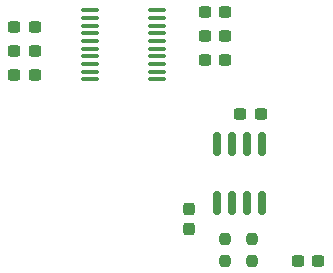
<source format=gbr>
%TF.GenerationSoftware,KiCad,Pcbnew,8.0.5*%
%TF.CreationDate,2024-10-31T22:43:36-05:00*%
%TF.ProjectId,STM_Breakout,53544d5f-4272-4656-916b-6f75742e6b69,rev?*%
%TF.SameCoordinates,Original*%
%TF.FileFunction,Paste,Top*%
%TF.FilePolarity,Positive*%
%FSLAX46Y46*%
G04 Gerber Fmt 4.6, Leading zero omitted, Abs format (unit mm)*
G04 Created by KiCad (PCBNEW 8.0.5) date 2024-10-31 22:43:36*
%MOMM*%
%LPD*%
G01*
G04 APERTURE LIST*
G04 Aperture macros list*
%AMRoundRect*
0 Rectangle with rounded corners*
0 $1 Rounding radius*
0 $2 $3 $4 $5 $6 $7 $8 $9 X,Y pos of 4 corners*
0 Add a 4 corners polygon primitive as box body*
4,1,4,$2,$3,$4,$5,$6,$7,$8,$9,$2,$3,0*
0 Add four circle primitives for the rounded corners*
1,1,$1+$1,$2,$3*
1,1,$1+$1,$4,$5*
1,1,$1+$1,$6,$7*
1,1,$1+$1,$8,$9*
0 Add four rect primitives between the rounded corners*
20,1,$1+$1,$2,$3,$4,$5,0*
20,1,$1+$1,$4,$5,$6,$7,0*
20,1,$1+$1,$6,$7,$8,$9,0*
20,1,$1+$1,$8,$9,$2,$3,0*%
G04 Aperture macros list end*
%ADD10RoundRect,0.237500X-0.237500X0.250000X-0.237500X-0.250000X0.237500X-0.250000X0.237500X0.250000X0*%
%ADD11RoundRect,0.237500X0.237500X-0.250000X0.237500X0.250000X-0.237500X0.250000X-0.237500X-0.250000X0*%
%ADD12RoundRect,0.237500X0.237500X-0.300000X0.237500X0.300000X-0.237500X0.300000X-0.237500X-0.300000X0*%
%ADD13RoundRect,0.237500X-0.300000X-0.237500X0.300000X-0.237500X0.300000X0.237500X-0.300000X0.237500X0*%
%ADD14RoundRect,0.237500X0.300000X0.237500X-0.300000X0.237500X-0.300000X-0.237500X0.300000X-0.237500X0*%
%ADD15RoundRect,0.100000X-0.637500X-0.100000X0.637500X-0.100000X0.637500X0.100000X-0.637500X0.100000X0*%
%ADD16RoundRect,0.150000X-0.150000X0.825000X-0.150000X-0.825000X0.150000X-0.825000X0.150000X0.825000X0*%
G04 APERTURE END LIST*
D10*
%TO.C,R1*%
X89662000Y-74629000D03*
X89662000Y-76454000D03*
%TD*%
D11*
%TO.C,R2*%
X87376000Y-76454000D03*
X87376000Y-74629000D03*
%TD*%
D12*
%TO.C,C2*%
X84328000Y-73760500D03*
X84328000Y-72035500D03*
%TD*%
D13*
%TO.C,C3*%
X93525000Y-76454000D03*
X95250000Y-76454000D03*
%TD*%
D14*
%TO.C,C9*%
X71220500Y-56642000D03*
X69495500Y-56642000D03*
%TD*%
D15*
%TO.C,U1*%
X75877500Y-55241000D03*
X75877500Y-55891000D03*
X75877500Y-56541000D03*
X75877500Y-57191000D03*
X75877500Y-57841000D03*
X75877500Y-58491000D03*
X75877500Y-59141000D03*
X75877500Y-59791000D03*
X75877500Y-60441000D03*
X75877500Y-61091000D03*
X81602500Y-61091000D03*
X81602500Y-60441000D03*
X81602500Y-59791000D03*
X81602500Y-59141000D03*
X81602500Y-58491000D03*
X81602500Y-57841000D03*
X81602500Y-57191000D03*
X81602500Y-56541000D03*
X81602500Y-55891000D03*
X81602500Y-55241000D03*
%TD*%
D13*
%TO.C,C5*%
X85651000Y-57404000D03*
X87376000Y-57404000D03*
%TD*%
D16*
%TO.C,U2*%
X90450500Y-66613000D03*
X89180500Y-66613000D03*
X87910500Y-66613000D03*
X86640500Y-66613000D03*
X86640500Y-71563000D03*
X87910500Y-71563000D03*
X89180500Y-71563000D03*
X90450500Y-71563000D03*
%TD*%
D14*
%TO.C,C8*%
X71220500Y-58674000D03*
X69495500Y-58674000D03*
%TD*%
D13*
%TO.C,C6*%
X85651000Y-59436000D03*
X87376000Y-59436000D03*
%TD*%
%TO.C,C1*%
X88646000Y-64008000D03*
X90371000Y-64008000D03*
%TD*%
D14*
%TO.C,C7*%
X71220500Y-60706000D03*
X69495500Y-60706000D03*
%TD*%
D13*
%TO.C,C4*%
X85651000Y-55372000D03*
X87376000Y-55372000D03*
%TD*%
M02*

</source>
